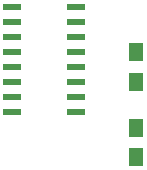
<source format=gbr>
G04 #@! TF.GenerationSoftware,KiCad,Pcbnew,(5.0.0-rc2-101-g68f6e3ad4)*
G04 #@! TF.CreationDate,2018-07-19T03:23:03+02:00*
G04 #@! TF.ProjectId,leddings,6C656464696E67732E6B696361645F70,rev?*
G04 #@! TF.SameCoordinates,Original*
G04 #@! TF.FileFunction,Paste,Bot*
G04 #@! TF.FilePolarity,Positive*
%FSLAX46Y46*%
G04 Gerber Fmt 4.6, Leading zero omitted, Abs format (unit mm)*
G04 Created by KiCad (PCBNEW (5.0.0-rc2-101-g68f6e3ad4)) date Thu Jul 19 03:23:03 2018*
%MOMM*%
%LPD*%
G01*
G04 APERTURE LIST*
%ADD10R,1.250000X1.500000*%
%ADD11R,1.500000X0.600000*%
G04 APERTURE END LIST*
D10*
G04 #@! TO.C,C3*
X168275000Y-93325000D03*
X168275000Y-90825000D03*
G04 #@! TD*
G04 #@! TO.C,C4*
X168275000Y-99695000D03*
X168275000Y-97195000D03*
G04 #@! TD*
D11*
G04 #@! TO.C,U2*
X157795000Y-86995000D03*
X157795000Y-88265000D03*
X157795000Y-89535000D03*
X157795000Y-90805000D03*
X157795000Y-92075000D03*
X157795000Y-93345000D03*
X157795000Y-94615000D03*
X157795000Y-95885000D03*
X163195000Y-95885000D03*
X163195000Y-94615000D03*
X163195000Y-93345000D03*
X163195000Y-92075000D03*
X163195000Y-90805000D03*
X163195000Y-89535000D03*
X163195000Y-88265000D03*
X163195000Y-86995000D03*
G04 #@! TD*
M02*

</source>
